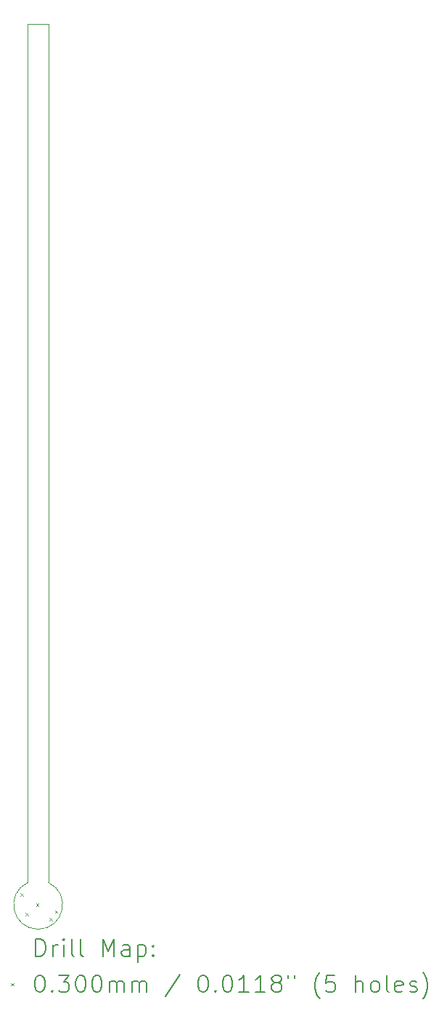
<source format=gbr>
%TF.GenerationSoftware,KiCad,Pcbnew,8.0.7-8.0.7-0~ubuntu24.04.1*%
%TF.CreationDate,2024-12-31T17:41:06-07:00*%
%TF.ProjectId,MA735 encoder board,4d413733-3520-4656-9e63-6f6465722062,rev?*%
%TF.SameCoordinates,Original*%
%TF.FileFunction,Drillmap*%
%TF.FilePolarity,Positive*%
%FSLAX45Y45*%
G04 Gerber Fmt 4.5, Leading zero omitted, Abs format (unit mm)*
G04 Created by KiCad (PCBNEW 8.0.7-8.0.7-0~ubuntu24.04.1) date 2024-12-31 17:41:06*
%MOMM*%
%LPD*%
G01*
G04 APERTURE LIST*
%ADD10C,0.050000*%
%ADD11C,0.200000*%
%ADD12C,0.100000*%
G04 APERTURE END LIST*
D10*
X15400000Y-12910000D02*
G75*
G02*
X15160000Y-12910000I-120000J-258707D01*
G01*
X15400000Y-2910000D02*
X15160000Y-2910000D01*
X15400000Y-2910000D02*
X15400000Y-12910000D01*
X15160000Y-2910000D02*
X15160000Y-12910000D01*
D11*
D12*
X15075000Y-13035000D02*
X15105000Y-13065000D01*
X15105000Y-13035000D02*
X15075000Y-13065000D01*
X15135000Y-13265000D02*
X15165000Y-13295000D01*
X15165000Y-13265000D02*
X15135000Y-13295000D01*
X15255000Y-13155000D02*
X15285000Y-13185000D01*
X15285000Y-13155000D02*
X15255000Y-13185000D01*
X15415000Y-13325000D02*
X15445000Y-13355000D01*
X15445000Y-13325000D02*
X15415000Y-13355000D01*
X15475000Y-13235000D02*
X15505000Y-13265000D01*
X15505000Y-13235000D02*
X15475000Y-13265000D01*
D11*
X15253094Y-13767874D02*
X15253094Y-13567874D01*
X15253094Y-13567874D02*
X15300713Y-13567874D01*
X15300713Y-13567874D02*
X15329284Y-13577398D01*
X15329284Y-13577398D02*
X15348332Y-13596445D01*
X15348332Y-13596445D02*
X15357856Y-13615493D01*
X15357856Y-13615493D02*
X15367379Y-13653588D01*
X15367379Y-13653588D02*
X15367379Y-13682160D01*
X15367379Y-13682160D02*
X15357856Y-13720255D01*
X15357856Y-13720255D02*
X15348332Y-13739302D01*
X15348332Y-13739302D02*
X15329284Y-13758350D01*
X15329284Y-13758350D02*
X15300713Y-13767874D01*
X15300713Y-13767874D02*
X15253094Y-13767874D01*
X15453094Y-13767874D02*
X15453094Y-13634540D01*
X15453094Y-13672636D02*
X15462618Y-13653588D01*
X15462618Y-13653588D02*
X15472141Y-13644064D01*
X15472141Y-13644064D02*
X15491189Y-13634540D01*
X15491189Y-13634540D02*
X15510237Y-13634540D01*
X15576903Y-13767874D02*
X15576903Y-13634540D01*
X15576903Y-13567874D02*
X15567379Y-13577398D01*
X15567379Y-13577398D02*
X15576903Y-13586921D01*
X15576903Y-13586921D02*
X15586427Y-13577398D01*
X15586427Y-13577398D02*
X15576903Y-13567874D01*
X15576903Y-13567874D02*
X15576903Y-13586921D01*
X15700713Y-13767874D02*
X15681665Y-13758350D01*
X15681665Y-13758350D02*
X15672141Y-13739302D01*
X15672141Y-13739302D02*
X15672141Y-13567874D01*
X15805475Y-13767874D02*
X15786427Y-13758350D01*
X15786427Y-13758350D02*
X15776903Y-13739302D01*
X15776903Y-13739302D02*
X15776903Y-13567874D01*
X16034046Y-13767874D02*
X16034046Y-13567874D01*
X16034046Y-13567874D02*
X16100713Y-13710731D01*
X16100713Y-13710731D02*
X16167379Y-13567874D01*
X16167379Y-13567874D02*
X16167379Y-13767874D01*
X16348332Y-13767874D02*
X16348332Y-13663112D01*
X16348332Y-13663112D02*
X16338808Y-13644064D01*
X16338808Y-13644064D02*
X16319760Y-13634540D01*
X16319760Y-13634540D02*
X16281665Y-13634540D01*
X16281665Y-13634540D02*
X16262618Y-13644064D01*
X16348332Y-13758350D02*
X16329284Y-13767874D01*
X16329284Y-13767874D02*
X16281665Y-13767874D01*
X16281665Y-13767874D02*
X16262618Y-13758350D01*
X16262618Y-13758350D02*
X16253094Y-13739302D01*
X16253094Y-13739302D02*
X16253094Y-13720255D01*
X16253094Y-13720255D02*
X16262618Y-13701207D01*
X16262618Y-13701207D02*
X16281665Y-13691683D01*
X16281665Y-13691683D02*
X16329284Y-13691683D01*
X16329284Y-13691683D02*
X16348332Y-13682160D01*
X16443570Y-13634540D02*
X16443570Y-13834540D01*
X16443570Y-13644064D02*
X16462618Y-13634540D01*
X16462618Y-13634540D02*
X16500713Y-13634540D01*
X16500713Y-13634540D02*
X16519760Y-13644064D01*
X16519760Y-13644064D02*
X16529284Y-13653588D01*
X16529284Y-13653588D02*
X16538808Y-13672636D01*
X16538808Y-13672636D02*
X16538808Y-13729779D01*
X16538808Y-13729779D02*
X16529284Y-13748826D01*
X16529284Y-13748826D02*
X16519760Y-13758350D01*
X16519760Y-13758350D02*
X16500713Y-13767874D01*
X16500713Y-13767874D02*
X16462618Y-13767874D01*
X16462618Y-13767874D02*
X16443570Y-13758350D01*
X16624522Y-13748826D02*
X16634046Y-13758350D01*
X16634046Y-13758350D02*
X16624522Y-13767874D01*
X16624522Y-13767874D02*
X16614999Y-13758350D01*
X16614999Y-13758350D02*
X16624522Y-13748826D01*
X16624522Y-13748826D02*
X16624522Y-13767874D01*
X16624522Y-13644064D02*
X16634046Y-13653588D01*
X16634046Y-13653588D02*
X16624522Y-13663112D01*
X16624522Y-13663112D02*
X16614999Y-13653588D01*
X16614999Y-13653588D02*
X16624522Y-13644064D01*
X16624522Y-13644064D02*
X16624522Y-13663112D01*
D12*
X14962317Y-14081390D02*
X14992317Y-14111390D01*
X14992317Y-14081390D02*
X14962317Y-14111390D01*
D11*
X15291189Y-13987874D02*
X15310237Y-13987874D01*
X15310237Y-13987874D02*
X15329284Y-13997398D01*
X15329284Y-13997398D02*
X15338808Y-14006921D01*
X15338808Y-14006921D02*
X15348332Y-14025969D01*
X15348332Y-14025969D02*
X15357856Y-14064064D01*
X15357856Y-14064064D02*
X15357856Y-14111683D01*
X15357856Y-14111683D02*
X15348332Y-14149779D01*
X15348332Y-14149779D02*
X15338808Y-14168826D01*
X15338808Y-14168826D02*
X15329284Y-14178350D01*
X15329284Y-14178350D02*
X15310237Y-14187874D01*
X15310237Y-14187874D02*
X15291189Y-14187874D01*
X15291189Y-14187874D02*
X15272141Y-14178350D01*
X15272141Y-14178350D02*
X15262618Y-14168826D01*
X15262618Y-14168826D02*
X15253094Y-14149779D01*
X15253094Y-14149779D02*
X15243570Y-14111683D01*
X15243570Y-14111683D02*
X15243570Y-14064064D01*
X15243570Y-14064064D02*
X15253094Y-14025969D01*
X15253094Y-14025969D02*
X15262618Y-14006921D01*
X15262618Y-14006921D02*
X15272141Y-13997398D01*
X15272141Y-13997398D02*
X15291189Y-13987874D01*
X15443570Y-14168826D02*
X15453094Y-14178350D01*
X15453094Y-14178350D02*
X15443570Y-14187874D01*
X15443570Y-14187874D02*
X15434046Y-14178350D01*
X15434046Y-14178350D02*
X15443570Y-14168826D01*
X15443570Y-14168826D02*
X15443570Y-14187874D01*
X15519760Y-13987874D02*
X15643570Y-13987874D01*
X15643570Y-13987874D02*
X15576903Y-14064064D01*
X15576903Y-14064064D02*
X15605475Y-14064064D01*
X15605475Y-14064064D02*
X15624522Y-14073588D01*
X15624522Y-14073588D02*
X15634046Y-14083112D01*
X15634046Y-14083112D02*
X15643570Y-14102160D01*
X15643570Y-14102160D02*
X15643570Y-14149779D01*
X15643570Y-14149779D02*
X15634046Y-14168826D01*
X15634046Y-14168826D02*
X15624522Y-14178350D01*
X15624522Y-14178350D02*
X15605475Y-14187874D01*
X15605475Y-14187874D02*
X15548332Y-14187874D01*
X15548332Y-14187874D02*
X15529284Y-14178350D01*
X15529284Y-14178350D02*
X15519760Y-14168826D01*
X15767379Y-13987874D02*
X15786427Y-13987874D01*
X15786427Y-13987874D02*
X15805475Y-13997398D01*
X15805475Y-13997398D02*
X15814999Y-14006921D01*
X15814999Y-14006921D02*
X15824522Y-14025969D01*
X15824522Y-14025969D02*
X15834046Y-14064064D01*
X15834046Y-14064064D02*
X15834046Y-14111683D01*
X15834046Y-14111683D02*
X15824522Y-14149779D01*
X15824522Y-14149779D02*
X15814999Y-14168826D01*
X15814999Y-14168826D02*
X15805475Y-14178350D01*
X15805475Y-14178350D02*
X15786427Y-14187874D01*
X15786427Y-14187874D02*
X15767379Y-14187874D01*
X15767379Y-14187874D02*
X15748332Y-14178350D01*
X15748332Y-14178350D02*
X15738808Y-14168826D01*
X15738808Y-14168826D02*
X15729284Y-14149779D01*
X15729284Y-14149779D02*
X15719760Y-14111683D01*
X15719760Y-14111683D02*
X15719760Y-14064064D01*
X15719760Y-14064064D02*
X15729284Y-14025969D01*
X15729284Y-14025969D02*
X15738808Y-14006921D01*
X15738808Y-14006921D02*
X15748332Y-13997398D01*
X15748332Y-13997398D02*
X15767379Y-13987874D01*
X15957856Y-13987874D02*
X15976903Y-13987874D01*
X15976903Y-13987874D02*
X15995951Y-13997398D01*
X15995951Y-13997398D02*
X16005475Y-14006921D01*
X16005475Y-14006921D02*
X16014999Y-14025969D01*
X16014999Y-14025969D02*
X16024522Y-14064064D01*
X16024522Y-14064064D02*
X16024522Y-14111683D01*
X16024522Y-14111683D02*
X16014999Y-14149779D01*
X16014999Y-14149779D02*
X16005475Y-14168826D01*
X16005475Y-14168826D02*
X15995951Y-14178350D01*
X15995951Y-14178350D02*
X15976903Y-14187874D01*
X15976903Y-14187874D02*
X15957856Y-14187874D01*
X15957856Y-14187874D02*
X15938808Y-14178350D01*
X15938808Y-14178350D02*
X15929284Y-14168826D01*
X15929284Y-14168826D02*
X15919760Y-14149779D01*
X15919760Y-14149779D02*
X15910237Y-14111683D01*
X15910237Y-14111683D02*
X15910237Y-14064064D01*
X15910237Y-14064064D02*
X15919760Y-14025969D01*
X15919760Y-14025969D02*
X15929284Y-14006921D01*
X15929284Y-14006921D02*
X15938808Y-13997398D01*
X15938808Y-13997398D02*
X15957856Y-13987874D01*
X16110237Y-14187874D02*
X16110237Y-14054540D01*
X16110237Y-14073588D02*
X16119760Y-14064064D01*
X16119760Y-14064064D02*
X16138808Y-14054540D01*
X16138808Y-14054540D02*
X16167380Y-14054540D01*
X16167380Y-14054540D02*
X16186427Y-14064064D01*
X16186427Y-14064064D02*
X16195951Y-14083112D01*
X16195951Y-14083112D02*
X16195951Y-14187874D01*
X16195951Y-14083112D02*
X16205475Y-14064064D01*
X16205475Y-14064064D02*
X16224522Y-14054540D01*
X16224522Y-14054540D02*
X16253094Y-14054540D01*
X16253094Y-14054540D02*
X16272141Y-14064064D01*
X16272141Y-14064064D02*
X16281665Y-14083112D01*
X16281665Y-14083112D02*
X16281665Y-14187874D01*
X16376903Y-14187874D02*
X16376903Y-14054540D01*
X16376903Y-14073588D02*
X16386427Y-14064064D01*
X16386427Y-14064064D02*
X16405475Y-14054540D01*
X16405475Y-14054540D02*
X16434046Y-14054540D01*
X16434046Y-14054540D02*
X16453094Y-14064064D01*
X16453094Y-14064064D02*
X16462618Y-14083112D01*
X16462618Y-14083112D02*
X16462618Y-14187874D01*
X16462618Y-14083112D02*
X16472141Y-14064064D01*
X16472141Y-14064064D02*
X16491189Y-14054540D01*
X16491189Y-14054540D02*
X16519760Y-14054540D01*
X16519760Y-14054540D02*
X16538808Y-14064064D01*
X16538808Y-14064064D02*
X16548332Y-14083112D01*
X16548332Y-14083112D02*
X16548332Y-14187874D01*
X16938808Y-13978350D02*
X16767380Y-14235493D01*
X17195951Y-13987874D02*
X17214999Y-13987874D01*
X17214999Y-13987874D02*
X17234046Y-13997398D01*
X17234046Y-13997398D02*
X17243570Y-14006921D01*
X17243570Y-14006921D02*
X17253094Y-14025969D01*
X17253094Y-14025969D02*
X17262618Y-14064064D01*
X17262618Y-14064064D02*
X17262618Y-14111683D01*
X17262618Y-14111683D02*
X17253094Y-14149779D01*
X17253094Y-14149779D02*
X17243570Y-14168826D01*
X17243570Y-14168826D02*
X17234046Y-14178350D01*
X17234046Y-14178350D02*
X17214999Y-14187874D01*
X17214999Y-14187874D02*
X17195951Y-14187874D01*
X17195951Y-14187874D02*
X17176904Y-14178350D01*
X17176904Y-14178350D02*
X17167380Y-14168826D01*
X17167380Y-14168826D02*
X17157856Y-14149779D01*
X17157856Y-14149779D02*
X17148332Y-14111683D01*
X17148332Y-14111683D02*
X17148332Y-14064064D01*
X17148332Y-14064064D02*
X17157856Y-14025969D01*
X17157856Y-14025969D02*
X17167380Y-14006921D01*
X17167380Y-14006921D02*
X17176904Y-13997398D01*
X17176904Y-13997398D02*
X17195951Y-13987874D01*
X17348332Y-14168826D02*
X17357856Y-14178350D01*
X17357856Y-14178350D02*
X17348332Y-14187874D01*
X17348332Y-14187874D02*
X17338808Y-14178350D01*
X17338808Y-14178350D02*
X17348332Y-14168826D01*
X17348332Y-14168826D02*
X17348332Y-14187874D01*
X17481665Y-13987874D02*
X17500713Y-13987874D01*
X17500713Y-13987874D02*
X17519761Y-13997398D01*
X17519761Y-13997398D02*
X17529285Y-14006921D01*
X17529285Y-14006921D02*
X17538808Y-14025969D01*
X17538808Y-14025969D02*
X17548332Y-14064064D01*
X17548332Y-14064064D02*
X17548332Y-14111683D01*
X17548332Y-14111683D02*
X17538808Y-14149779D01*
X17538808Y-14149779D02*
X17529285Y-14168826D01*
X17529285Y-14168826D02*
X17519761Y-14178350D01*
X17519761Y-14178350D02*
X17500713Y-14187874D01*
X17500713Y-14187874D02*
X17481665Y-14187874D01*
X17481665Y-14187874D02*
X17462618Y-14178350D01*
X17462618Y-14178350D02*
X17453094Y-14168826D01*
X17453094Y-14168826D02*
X17443570Y-14149779D01*
X17443570Y-14149779D02*
X17434046Y-14111683D01*
X17434046Y-14111683D02*
X17434046Y-14064064D01*
X17434046Y-14064064D02*
X17443570Y-14025969D01*
X17443570Y-14025969D02*
X17453094Y-14006921D01*
X17453094Y-14006921D02*
X17462618Y-13997398D01*
X17462618Y-13997398D02*
X17481665Y-13987874D01*
X17738808Y-14187874D02*
X17624523Y-14187874D01*
X17681665Y-14187874D02*
X17681665Y-13987874D01*
X17681665Y-13987874D02*
X17662618Y-14016445D01*
X17662618Y-14016445D02*
X17643570Y-14035493D01*
X17643570Y-14035493D02*
X17624523Y-14045017D01*
X17929285Y-14187874D02*
X17814999Y-14187874D01*
X17872142Y-14187874D02*
X17872142Y-13987874D01*
X17872142Y-13987874D02*
X17853094Y-14016445D01*
X17853094Y-14016445D02*
X17834046Y-14035493D01*
X17834046Y-14035493D02*
X17814999Y-14045017D01*
X18043570Y-14073588D02*
X18024523Y-14064064D01*
X18024523Y-14064064D02*
X18014999Y-14054540D01*
X18014999Y-14054540D02*
X18005475Y-14035493D01*
X18005475Y-14035493D02*
X18005475Y-14025969D01*
X18005475Y-14025969D02*
X18014999Y-14006921D01*
X18014999Y-14006921D02*
X18024523Y-13997398D01*
X18024523Y-13997398D02*
X18043570Y-13987874D01*
X18043570Y-13987874D02*
X18081666Y-13987874D01*
X18081666Y-13987874D02*
X18100713Y-13997398D01*
X18100713Y-13997398D02*
X18110237Y-14006921D01*
X18110237Y-14006921D02*
X18119761Y-14025969D01*
X18119761Y-14025969D02*
X18119761Y-14035493D01*
X18119761Y-14035493D02*
X18110237Y-14054540D01*
X18110237Y-14054540D02*
X18100713Y-14064064D01*
X18100713Y-14064064D02*
X18081666Y-14073588D01*
X18081666Y-14073588D02*
X18043570Y-14073588D01*
X18043570Y-14073588D02*
X18024523Y-14083112D01*
X18024523Y-14083112D02*
X18014999Y-14092636D01*
X18014999Y-14092636D02*
X18005475Y-14111683D01*
X18005475Y-14111683D02*
X18005475Y-14149779D01*
X18005475Y-14149779D02*
X18014999Y-14168826D01*
X18014999Y-14168826D02*
X18024523Y-14178350D01*
X18024523Y-14178350D02*
X18043570Y-14187874D01*
X18043570Y-14187874D02*
X18081666Y-14187874D01*
X18081666Y-14187874D02*
X18100713Y-14178350D01*
X18100713Y-14178350D02*
X18110237Y-14168826D01*
X18110237Y-14168826D02*
X18119761Y-14149779D01*
X18119761Y-14149779D02*
X18119761Y-14111683D01*
X18119761Y-14111683D02*
X18110237Y-14092636D01*
X18110237Y-14092636D02*
X18100713Y-14083112D01*
X18100713Y-14083112D02*
X18081666Y-14073588D01*
X18195951Y-13987874D02*
X18195951Y-14025969D01*
X18272142Y-13987874D02*
X18272142Y-14025969D01*
X18567380Y-14264064D02*
X18557856Y-14254540D01*
X18557856Y-14254540D02*
X18538808Y-14225969D01*
X18538808Y-14225969D02*
X18529285Y-14206921D01*
X18529285Y-14206921D02*
X18519761Y-14178350D01*
X18519761Y-14178350D02*
X18510237Y-14130731D01*
X18510237Y-14130731D02*
X18510237Y-14092636D01*
X18510237Y-14092636D02*
X18519761Y-14045017D01*
X18519761Y-14045017D02*
X18529285Y-14016445D01*
X18529285Y-14016445D02*
X18538808Y-13997398D01*
X18538808Y-13997398D02*
X18557856Y-13968826D01*
X18557856Y-13968826D02*
X18567380Y-13959302D01*
X18738808Y-13987874D02*
X18643570Y-13987874D01*
X18643570Y-13987874D02*
X18634047Y-14083112D01*
X18634047Y-14083112D02*
X18643570Y-14073588D01*
X18643570Y-14073588D02*
X18662618Y-14064064D01*
X18662618Y-14064064D02*
X18710237Y-14064064D01*
X18710237Y-14064064D02*
X18729285Y-14073588D01*
X18729285Y-14073588D02*
X18738808Y-14083112D01*
X18738808Y-14083112D02*
X18748332Y-14102160D01*
X18748332Y-14102160D02*
X18748332Y-14149779D01*
X18748332Y-14149779D02*
X18738808Y-14168826D01*
X18738808Y-14168826D02*
X18729285Y-14178350D01*
X18729285Y-14178350D02*
X18710237Y-14187874D01*
X18710237Y-14187874D02*
X18662618Y-14187874D01*
X18662618Y-14187874D02*
X18643570Y-14178350D01*
X18643570Y-14178350D02*
X18634047Y-14168826D01*
X18986428Y-14187874D02*
X18986428Y-13987874D01*
X19072142Y-14187874D02*
X19072142Y-14083112D01*
X19072142Y-14083112D02*
X19062618Y-14064064D01*
X19062618Y-14064064D02*
X19043570Y-14054540D01*
X19043570Y-14054540D02*
X19014999Y-14054540D01*
X19014999Y-14054540D02*
X18995951Y-14064064D01*
X18995951Y-14064064D02*
X18986428Y-14073588D01*
X19195951Y-14187874D02*
X19176904Y-14178350D01*
X19176904Y-14178350D02*
X19167380Y-14168826D01*
X19167380Y-14168826D02*
X19157856Y-14149779D01*
X19157856Y-14149779D02*
X19157856Y-14092636D01*
X19157856Y-14092636D02*
X19167380Y-14073588D01*
X19167380Y-14073588D02*
X19176904Y-14064064D01*
X19176904Y-14064064D02*
X19195951Y-14054540D01*
X19195951Y-14054540D02*
X19224523Y-14054540D01*
X19224523Y-14054540D02*
X19243570Y-14064064D01*
X19243570Y-14064064D02*
X19253094Y-14073588D01*
X19253094Y-14073588D02*
X19262618Y-14092636D01*
X19262618Y-14092636D02*
X19262618Y-14149779D01*
X19262618Y-14149779D02*
X19253094Y-14168826D01*
X19253094Y-14168826D02*
X19243570Y-14178350D01*
X19243570Y-14178350D02*
X19224523Y-14187874D01*
X19224523Y-14187874D02*
X19195951Y-14187874D01*
X19376904Y-14187874D02*
X19357856Y-14178350D01*
X19357856Y-14178350D02*
X19348332Y-14159302D01*
X19348332Y-14159302D02*
X19348332Y-13987874D01*
X19529285Y-14178350D02*
X19510237Y-14187874D01*
X19510237Y-14187874D02*
X19472142Y-14187874D01*
X19472142Y-14187874D02*
X19453094Y-14178350D01*
X19453094Y-14178350D02*
X19443570Y-14159302D01*
X19443570Y-14159302D02*
X19443570Y-14083112D01*
X19443570Y-14083112D02*
X19453094Y-14064064D01*
X19453094Y-14064064D02*
X19472142Y-14054540D01*
X19472142Y-14054540D02*
X19510237Y-14054540D01*
X19510237Y-14054540D02*
X19529285Y-14064064D01*
X19529285Y-14064064D02*
X19538809Y-14083112D01*
X19538809Y-14083112D02*
X19538809Y-14102160D01*
X19538809Y-14102160D02*
X19443570Y-14121207D01*
X19614999Y-14178350D02*
X19634047Y-14187874D01*
X19634047Y-14187874D02*
X19672142Y-14187874D01*
X19672142Y-14187874D02*
X19691190Y-14178350D01*
X19691190Y-14178350D02*
X19700713Y-14159302D01*
X19700713Y-14159302D02*
X19700713Y-14149779D01*
X19700713Y-14149779D02*
X19691190Y-14130731D01*
X19691190Y-14130731D02*
X19672142Y-14121207D01*
X19672142Y-14121207D02*
X19643570Y-14121207D01*
X19643570Y-14121207D02*
X19624523Y-14111683D01*
X19624523Y-14111683D02*
X19614999Y-14092636D01*
X19614999Y-14092636D02*
X19614999Y-14083112D01*
X19614999Y-14083112D02*
X19624523Y-14064064D01*
X19624523Y-14064064D02*
X19643570Y-14054540D01*
X19643570Y-14054540D02*
X19672142Y-14054540D01*
X19672142Y-14054540D02*
X19691190Y-14064064D01*
X19767380Y-14264064D02*
X19776904Y-14254540D01*
X19776904Y-14254540D02*
X19795951Y-14225969D01*
X19795951Y-14225969D02*
X19805475Y-14206921D01*
X19805475Y-14206921D02*
X19814999Y-14178350D01*
X19814999Y-14178350D02*
X19824523Y-14130731D01*
X19824523Y-14130731D02*
X19824523Y-14092636D01*
X19824523Y-14092636D02*
X19814999Y-14045017D01*
X19814999Y-14045017D02*
X19805475Y-14016445D01*
X19805475Y-14016445D02*
X19795951Y-13997398D01*
X19795951Y-13997398D02*
X19776904Y-13968826D01*
X19776904Y-13968826D02*
X19767380Y-13959302D01*
M02*

</source>
